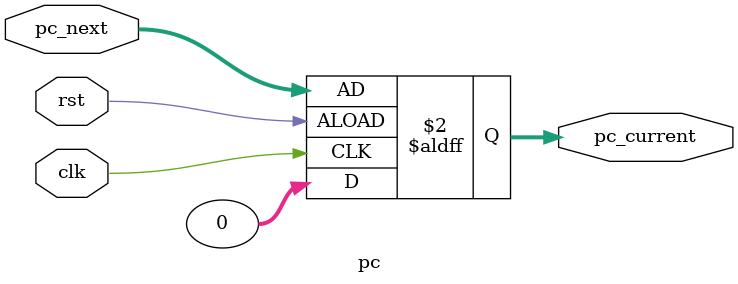
<source format=v>
/*******************************************************************************
**
** Behavioral Verilog for the RV32I Program Counter (PC)
**
** This module implements a simple program counter (PC) 
**
*******************************************************************************/
module pc (
    input  wire        clk,
    input  wire        rst,
    input  wire [31:0] pc_next,
    output reg  [31:0] pc_current
);
    always @(posedge clk or negedge rst) 
    begin
        if (rst) 
        begin
            pc_current <= 32'b0;
        end 
        else
        begin
            pc_current <= pc_next;
        end
    end
endmodule
</source>
